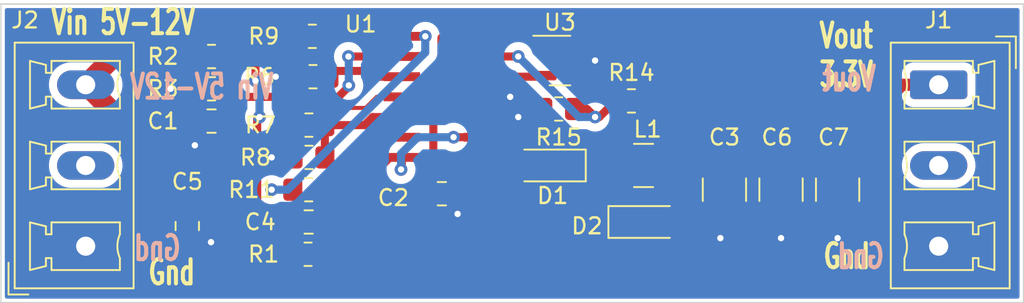
<source format=kicad_pcb>
(kicad_pcb (version 20221018) (generator pcbnew)
  (layers (0 "F.Cu" signal) (31 "B.Cu" signal) (34 "B.Paste" user) (35 "F.Paste" user) (36 "B.SilkS" user "B.Silkscreen") (37 "F.SilkS" user "F.Silkscreen") (38 "B.Mask" user) (39 "F.Mask" user) (44 "Edge.Cuts" user))
  (net 0 "")
  (net 1 "/Vref")
  (net 2 "GND")
  (net 3 "+VDC")
  (net 4 "/Vout")
  (net 5 "Net-(U1--IN2)")
  (net 6 "/Triangle")
  (net 7 "Net-(D1-K)")
  (net 8 "/PWM")
  (net 11 "Net-(U1-+IN1)")
  (net 12 "Net-(U1-+IN2)")
  (net 13 "/sqrWav")
  (net 14 "/Vsense")
  (net 15 "/2.5Vref")
  (net 16 "/feedback")
  (footprint "Capacitor_SMD:C_1210_3225Metric_Pad1.33x2.70mm_HandSolder" (layer "F.Cu") (at 154.686 97.282 -90)
    (fp_text reference "C7" (at -3.302 0.254 -180) (layer "F.SilkS"))
    (fp_text value "47u")
    (fp_line (start -0.711252 -1.36) (end 0.711252 -1.36) (stroke (width 0.12)) (layer "F.SilkS"))
    (fp_line (start -0.711252 1.36) (end 0.711252 1.36) (stroke (width 0.12)) (layer "F.SilkS"))
    (pad "1" smd roundrect (at -1.5625 0 270) (size 1.325 2.7) (layers "F.Cu" "F.Paste" "F.Mask") (roundrect_rratio 0.1886792453) (net 4 "/Vout"))
    (pad "2" smd roundrect (at 1.5625 0 270) (size 1.325 2.7) (layers "F.Cu" "F.Paste" "F.Mask") (roundrect_rratio 0.1886792453) (net 2 "GND"))
  )
  (footprint "Capacitor_SMD:C_0805_2012Metric_Pad1.18x1.45mm_HandSolder" (layer "F.Cu") (at 129.8194 97.536)
    (fp_text reference "C2" (at -3.048 0.254) (layer "F.SilkS"))
    (fp_text value "0.1u")
    (fp_line (start -0.261252 -0.735) (end 0.261252 -0.735) (stroke (width 0.12)) (layer "F.SilkS"))
    (fp_line (start -0.261252 0.735) (end 0.261252 0.735) (stroke (width 0.12)) (layer "F.SilkS"))
    (pad "1" smd roundrect (at -1.0375 0) (size 1.175 1.45) (layers "F.Cu" "F.Paste" "F.Mask") (roundrect_rratio 0.2127659574) (net 3 "+VDC"))
    (pad "2" smd roundrect (at 1.0375 0) (size 1.175 1.45) (layers "F.Cu" "F.Paste" "F.Mask") (roundrect_rratio 0.2127659574) (net 2 "GND"))
  )
  (footprint "Resistor_SMD:R_0805_2012Metric_Pad1.20x1.40mm_HandSolder" (layer "F.Cu") (at 115.348 88.9)
    (fp_text reference "R2" (at -3.048 0) (layer "F.SilkS"))
    (fp_text value "40.2k")
    (fp_line (start -0.227064 -0.735) (end 0.227064 -0.735) (stroke (width 0.12)) (layer "F.SilkS"))
    (fp_line (start -0.227064 0.735) (end 0.227064 0.735) (stroke (width 0.12)) (layer "F.SilkS"))
    (pad "1" smd roundrect (at -1 0) (size 1.2 1.4) (layers "F.Cu" "F.Paste" "F.Mask") (roundrect_rratio 0.2083333333) (net 3 "+VDC"))
    (pad "2" smd roundrect (at 1 0) (size 1.2 1.4) (layers "F.Cu" "F.Paste" "F.Mask") (roundrect_rratio 0.2083333333) (net 1 "/Vref"))
  )
  (footprint "Capacitor_SMD:C_0805_2012Metric_Pad1.18x1.45mm_HandSolder" (layer "F.Cu") (at 121.4534 99.314)
    (fp_text reference "C4" (at -3.048 0) (layer "F.SilkS"))
    (fp_text value "0.01u")
    (fp_line (start -0.261252 -0.735) (end 0.261252 -0.735) (stroke (width 0.12)) (layer "F.SilkS"))
    (fp_line (start -0.261252 0.735) (end 0.261252 0.735) (stroke (width 0.12)) (layer "F.SilkS"))
    (pad "1" smd roundrect (at -1.0375 0) (size 1.175 1.45) (layers "F.Cu" "F.Paste" "F.Mask") (roundrect_rratio 0.2127659574) (net 5 "Net-(U1--IN2)"))
    (pad "2" smd roundrect (at 1.0375 0) (size 1.175 1.45) (layers "F.Cu" "F.Paste" "F.Mask") (roundrect_rratio 0.2127659574) (net 6 "/Triangle"))
  )
  (footprint "Resistor_SMD:R_0805_2012Metric_Pad1.20x1.40mm_HandSolder" (layer "F.Cu") (at 121.682 87.63)
    (fp_text reference "R9" (at -3.048 0) (layer "F.SilkS"))
    (fp_text value "8.3k")
    (fp_line (start -0.227064 -0.735) (end 0.227064 -0.735) (stroke (width 0.12)) (layer "F.SilkS"))
    (fp_line (start -0.227064 0.735) (end 0.227064 0.735) (stroke (width 0.12)) (layer "F.SilkS"))
    (pad "1" smd roundrect (at -1 0) (size 1.2 1.4) (layers "F.Cu" "F.Paste" "F.Mask") (roundrect_rratio 0.2083333333) (net 11 "Net-(U1-+IN1)"))
    (pad "2" smd roundrect (at 1 0) (size 1.2 1.4) (layers "F.Cu" "F.Paste" "F.Mask") (roundrect_rratio 0.2083333333) (net 13 "/sqrWav"))
  )
  (footprint "Capacitor_SMD:C_1210_3225Metric_Pad1.33x2.70mm_HandSolder" (layer "F.Cu") (at 151.13 97.282 -90)
    (fp_text reference "C6" (at -3.302 0.254 -180) (layer "F.SilkS"))
    (fp_text value "47u")
    (fp_line (start -0.711252 -1.36) (end 0.711252 -1.36) (stroke (width 0.12)) (layer "F.SilkS"))
    (fp_line (start -0.711252 1.36) (end 0.711252 1.36) (stroke (width 0.12)) (layer "F.SilkS"))
    (pad "1" smd roundrect (at -1.5625 0 270) (size 1.325 2.7) (layers "F.Cu" "F.Paste" "F.Mask") (roundrect_rratio 0.1886792453) (net 4 "/Vout"))
    (pad "2" smd roundrect (at 1.5625 0 270) (size 1.325 2.7) (layers "F.Cu" "F.Paste" "F.Mask") (roundrect_rratio 0.1886792453) (net 2 "GND"))
  )
  (footprint "Capacitor_SMD:C_0805_2012Metric_Pad1.18x1.45mm_HandSolder" (layer "F.Cu") (at 113.824 99.568 -90)
    (fp_text reference "C5" (at -2.794 0 -180) (layer "F.SilkS"))
    (fp_text value "1u")
    (fp_line (start -0.261252 -0.735) (end 0.261252 -0.735) (stroke (width 0.12)) (layer "F.SilkS"))
    (fp_line (start -0.261252 0.735) (end 0.261252 0.735) (stroke (width 0.12)) (layer "F.SilkS"))
    (pad "1" smd roundrect (at -1.0375 0 270) (size 1.175 1.45) (layers "F.Cu" "F.Paste" "F.Mask") (roundrect_rratio 0.2127659574) (net 3 "+VDC"))
    (pad "2" smd roundrect (at 1.0375 0 270) (size 1.175 1.45) (layers "F.Cu" "F.Paste" "F.Mask") (roundrect_rratio 0.2127659574) (net 2 "GND"))
  )
  (footprint "Connector_Phoenix_MC_HighVoltage:PhoenixContact_MCV_1,5_3-G-5.08_1x03_P5.08mm_Vertical" (layer "F.Cu") (at 107.442 100.838 90)
    (fp_text reference "J2" (at 14.224 -3.81) (layer "F.SilkS"))
    (fp_text value "Screw_Terminal_01x03")
    (fp_line (start -3.04 -4.85) (end -1.04 -4.85) (stroke (width 0.12)) (layer "F.SilkS"))
    (fp_line (start -3.04 -3.6) (end -3.04 -4.85) (stroke (width 0.12)) (layer "F.SilkS"))
    (fp_line (start -2.65 -4.46) (end -2.65 3.01) (stroke (width 0.12)) (layer "F.SilkS"))
    (fp_line (start -2.65 3.01) (end 12.81 3.01) (stroke (width 0.12)) (layer "F.SilkS"))
    (fp_line (start -1.5 -3.5) (end 1.5 -3.5) (stroke (width 0.12)) (layer "F.SilkS"))
    (fp_line (start -1.5 -2.15) (end -0.75 -2.15) (stroke (width 0.12)) (layer "F.SilkS"))
    (fp_line (start -1.5 2.15) (end -1.5 -2.15) (stroke (width 0.12)) (layer "F.SilkS"))
    (fp_line (start -1.25 -2.5) (end -1.5 -3.5) (stroke (width 0.12)) (layer "F.SilkS"))
    (fp_line (start -0.75 -2.5) (end -1.25 -2.5) (stroke (width 0.12)) (layer "F.SilkS"))
    (fp_line (start -0.75 -2.15) (end -0.75 -2.5) (stroke (width 0.12)) (layer "F.SilkS"))
    (fp_line (start -0.75 2.15) (end -1.5 2.15) (stroke (width 0.12)) (layer "F.SilkS"))
    (fp_line (start 0.75 -2.5) (end 0.75 -2.15) (stroke (width 0.12)) (layer "F.SilkS"))
    (fp_line (start 0.75 -2.15) (end 1.5 -2.15) (stroke (width 0.12)) (layer "F.SilkS"))
    (fp_line (start 1.25 -2.5) (end 0.75 -2.5) (stroke (width 0.12)) (layer "F.SilkS"))
    (fp_line (start 1.5 -3.5) (end 1.25 -2.5) (stroke (width 0.12)) (layer "F.SilkS"))
    (fp_line (start 1.5 -2.15) (end 1.5 2.15) (stroke (width 0.12)) (layer "F.SilkS"))
    (fp_line (start 1.5 2.15) (end 0.75 2.15) (stroke (width 0.12)) (layer "F.SilkS"))
    (fp_line (start 3.58 -3.5) (end 6.58 -3.5) (stroke (width 0.12)) (layer "F.SilkS"))
    (fp_line (start 3.58 -2.15) (end 4.33 -2.15) (stroke (width 0.12)) (layer "F.SilkS"))
    (fp_line (start 3.58 2.15) (end 3.58 -2.15) (stroke (width 0.12)) (layer "F.SilkS"))
    (fp_line (start 3.83 -2.5) (end 3.58 -3.5) (stroke (width 0.12)) (layer "F.SilkS"))
    (fp_line (start 4.33 -2.5) (end 3.83 -2.5) (stroke (width 0.12)) (layer "F.SilkS"))
    (fp_line (start 4.33 -2.15) (end 4.33 -2.5) (stroke (width 0.12)) (layer "F.SilkS"))
    (fp_line (start 4.33 2.15) (end 3.58 2.15) (stroke (width 0.12)) (layer "F.SilkS"))
    (fp_line (start 5.83 -2.5) (end 5.83 -2.15) (stroke (width 0.12)) (layer "F.SilkS"))
    (fp_line (start 5.83 -2.15) (end 6.58 -2.15) (stroke (width 0.12)) (layer "F.SilkS"))
    (fp_line (start 6.33 -2.5) (end 5.83 -2.5) (stroke (width 0.12)) (layer "F.SilkS"))
    (fp_line (start 6.58 -3.5) (end 6.33 -2.5) (stroke (width 0.12)) (layer "F.SilkS"))
    (fp_line (start 6.58 -2.15) (end 6.58 2.15) (stroke (width 0.12)) (layer "F.SilkS"))
    (fp_line (start 6.58 2.15) (end 5.83 2.15) (stroke (width 0.12)) (layer "F.SilkS"))
    (fp_line (start 8.66 -3.5) (end 11.66 -3.5) (stroke (width 0.12)) (layer "F.SilkS"))
    (fp_line (start 8.66 -2.15) (end 9.41 -2.15) (stroke (width 0.12)) (layer "F.SilkS"))
    (fp_line (start 8.66 2.15) (end 8.66 -2.15) (stroke (width 0.12)) (layer "F.SilkS"))
    (fp_line (start 8.91 -2.5) (end 8.66 -3.5) (stroke (width 0.12)) (layer "F.SilkS"))
    (fp_line (start 9.41 -2.5) (end 8.91 -2.5) (stroke (width 0.12)) (layer "F.SilkS"))
    (fp_line (start 9.41 -2.15) (end 9.41 -2.5) (stroke (width 0.12)) (layer "F.SilkS"))
    (fp_line (start 9.41 2.15) (end 8.66 2.15) (stroke (width 0.12)) (layer "F.SilkS"))
    (fp_line (start 10.91 -2.5) (end 10.91 -2.15) (stroke (width 0.12)) (layer "F.SilkS"))
    (fp_line (start 10.91 -2.15) (end 11.66 -2.15) (stroke (width 0.12)) (layer "F.SilkS"))
    (fp_line (start 11.41 -2.5) (end 10.91 -2.5) (stroke (width 0.12)) (layer "F.SilkS"))
    (fp_line (start 11.66 -3.5) (end 11.41 -2.5) (stroke (width 0.12)) (layer "F.SilkS"))
    (fp_line (start 11.66 -2.15) (end 11.66 2.15) (stroke (width 0.12)) (layer "F.SilkS"))
    (fp_line (start 11.66 2.15) (end 10.91 2.15) (stroke (width 0.12)) (layer "F.SilkS"))
    (fp_line (start 12.81 -4.46) (end -2.65 -4.46) (stroke (width 0.12)) (layer "F.SilkS"))
    (fp_line (start 12.81 3.01) (end 12.81 -4.46) (stroke (width 0.12)) (layer "F.SilkS"))
    (fp_arc (start -0.75 2.15) (mid -0.000193 1.99191) (end 0.749647 2.149844) (stroke (width 0.12)) (layer "F.SilkS"))
    (fp_arc (start 4.33 2.15) (mid 5.079807 1.99191) (end 5.829647 2.149844) (stroke (width 0.12)) (layer "F.SilkS"))
    (fp_arc (start 9.41 2.15) (mid 10.159807 1.99191) (end 10.909647 2.149844) (stroke (width 0.12)) (layer "F.SilkS"))
    (pad "1" thru_hole roundrect (at 0 0 90) (size 1.8 3.6) (drill 1.2) (layers "*.Cu" "*.Mask") (roundrect_rratio 0.1388888889) (net 2 "GND"))
    (pad "2" thru_hole oval (at 5.08 0 90) (size 1.8 3.6) (drill 1.2) (layers "*.Cu" "*.Mask"))
    (pad "3" thru_hole oval (at 10.16 0 90) (size 1.8 3.6) (drill 1.2) (layers "*.Cu" "*.Mask") (net 3 "+VDC"))
  )
  (footprint "Resistor_SMD:R_0805_2012Metric_Pad1.20x1.40mm_HandSolder" (layer "F.Cu") (at 121.4694 95.25 180)
    (fp_text reference "R8" (at 3.3594 0) (layer "F.SilkS"))
    (fp_text value "10k")
    (fp_line (start -0.227064 -0.735) (end 0.227064 -0.735) (stroke (width 0.12)) (layer "F.SilkS"))
    (fp_line (start -0.227064 0.735) (end 0.227064 0.735) (stroke (width 0.12)) (layer "F.SilkS"))
    (pad "1" smd roundrect (at -1 0 180) (size 1.2 1.4) (layers "F.Cu" "F.Paste" "F.Mask") (roundrect_rratio 0.2083333333) (net 12 "Net-(U1-+IN2)"))
    (pad "2" smd roundrect (at 1 0 180) (size 1.2 1.4) (layers "F.Cu" "F.Paste" "F.Mask") (roundrect_rratio 0.2083333333) (net 2 "GND"))
  )
  (footprint "Resistor_SMD:R_0805_2012Metric_Pad1.20x1.40mm_HandSolder" (layer "F.Cu") (at 121.7234 90.17 180)
    (fp_text reference "R6" (at 3.3594 0) (layer "F.SilkS"))
    (fp_text value "3.48k")
    (fp_line (start -0.227064 -0.735) (end 0.227064 -0.735) (stroke (width 0.12)) (layer "F.SilkS"))
    (fp_line (start -0.227064 0.735) (end 0.227064 0.735) (stroke (width 0.12)) (layer "F.SilkS"))
    (pad "1" smd roundrect (at -1 0 180) (size 1.2 1.4) (layers "F.Cu" "F.Paste" "F.Mask") (roundrect_rratio 0.2083333333) (net 11 "Net-(U1-+IN1)"))
    (pad "2" smd roundrect (at 1 0 180) (size 1.2 1.4) (layers "F.Cu" "F.Paste" "F.Mask") (roundrect_rratio 0.2083333333) (net 2 "GND"))
  )
  (footprint "Capacitor_SMD:C_0805_2012Metric_Pad1.18x1.45mm_HandSolder" (layer "F.Cu") (at 115.348 92.964 180)
    (fp_text reference "C1" (at 3.048 0) (layer "F.SilkS"))
    (fp_text value "0.01u")
    (fp_line (start -0.261252 -0.735) (end 0.261252 -0.735) (stroke (width 0.12)) (layer "F.SilkS"))
    (fp_line (start -0.261252 0.735) (end 0.261252 0.735) (stroke (width 0.12)) (layer "F.SilkS"))
    (pad "1" smd roundrect (at -1.0375 0 180) (size 1.175 1.45) (layers "F.Cu" "F.Paste" "F.Mask") (roundrect_rratio 0.2127659574) (net 1 "/Vref"))
    (pad "2" smd roundrect (at 1.0375 0 180) (size 1.175 1.45) (layers "F.Cu" "F.Paste" "F.Mask") (roundrect_rratio 0.2127659574) (net 2 "GND"))
  )
  (footprint "Connector_Phoenix_MC_HighVoltage:PhoenixContact_MCV_1,5_3-G-5.08_1x03_P5.08mm_Vertical" (layer "F.Cu") (at 161.036 90.678 -90)
    (fp_text reference "J1" (at -4.064 0 -180) (layer "F.SilkS"))
    (fp_text value "Screw_Terminal_01x03")
    (fp_line (start -3.04 -4.85) (end -1.04 -4.85) (stroke (width 0.12)) (layer "F.SilkS"))
    (fp_line (start -3.04 -3.6) (end -3.04 -4.85) (stroke (width 0.12)) (layer "F.SilkS"))
    (fp_line (start -2.65 -4.46) (end -2.65 3.01) (stroke (width 0.12)) (layer "F.SilkS"))
    (fp_line (start -2.65 3.01) (end 12.81 3.01) (stroke (width 0.12)) (layer "F.SilkS"))
    (fp_line (start -1.5 -3.5) (end 1.5 -3.5) (stroke (width 0.12)) (layer "F.SilkS"))
    (fp_line (start -1.5 -2.15) (end -0.75 -2.15) (stroke (width 0.12)) (layer "F.SilkS"))
    (fp_line (start -1.5 2.15) (end -1.5 -2.15) (stroke (width 0.12)) (layer "F.SilkS"))
    (fp_line (start -1.25 -2.5) (end -1.5 -3.5) (stroke (width 0.12)) (layer "F.SilkS"))
    (fp_line (start -0.75 -2.5) (end -1.25 -2.5) (stroke (width 0.12)) (layer "F.SilkS"))
    (fp_line (start -0.75 -2.15) (end -0.75 -2.5) (stroke (width 0.12)) (layer "F.SilkS"))
    (fp_line (start -0.75 2.15) (end -1.5 2.15) (stroke (width 0.12)) (layer "F.SilkS"))
    (fp_line (start 0.75 -2.5) (end 0.75 -2.15) (stroke (width 0.12)) (layer "F.SilkS"))
    (fp_line (start 0.75 -2.15) (end 1.5 -2.15) (stroke (width 0.12)) (layer "F.SilkS"))
    (fp_line (start 1.25 -2.5) (end 0.75 -2.5) (stroke (width 0.12)) (layer "F.SilkS"))
    (fp_line (start 1.5 -3.5) (end 1.25 -2.5) (stroke (width 0.12)) (layer "F.SilkS"))
    (fp_line (start 1.5 -2.15) (end 1.5 2.15) (stroke (width 0.12)) (layer "F.SilkS"))
    (fp_line (start 1.5 2.15) (end 0.75 2.15) (stroke (width 0.12)) (layer "F.SilkS"))
    (fp_line (start 3.58 -3.5) (end 6.58 -3.5) (stroke (width 0.12)) (layer "F.SilkS"))
    (fp_line (start 3.58 -2.15) (end 4.33 -2.15) (stroke (width 0.12)) (layer "F.SilkS"))
    (fp_line (start 3.58 2.15) (end 3.58 -2.15) (stroke (width 0.12)) (layer "F.SilkS"))
    (fp_line (start 3.83 -2.5) (end 3.58 -3.5) (stroke (width 0.12)) (layer "F.SilkS"))
    (fp_line (start 4.33 -2.5) (end 3.83 -2.5) (stroke (width 0.12)) (layer "F.SilkS"))
    (fp_line (start 4.33 -2.15) (end 4.33 -2.5) (stroke (width 0.12)) (layer "F.SilkS"))
    (fp_line (start 4.33 2.15) (end 3.58 2.15) (stroke (width 0.12)) (layer "F.SilkS"))
    (fp_line (start 5.83 -2.5) (end 5.83 -2.15) (stroke (width 0.12)) (layer "F.SilkS"))
    (fp_line (start 5.83 -2.15) (end 6.58 -2.15) (stroke (width 0.12)) (layer "F.SilkS"))
    (fp_line (start 6.33 -2.5) (end 5.83 -2.5) (stroke (width 0.12)) (layer "F.SilkS"))
    (fp_line (start 6.58 -3.5) (end 6.33 -2.5) (stroke (width 0.12)) (layer "F.SilkS"))
    (fp_line (start 6.58 -2.15) (end 6.58 2.15) (stroke (width 0.12)) (layer "F.SilkS"))
    (fp_line (start 6.58 2.15) (end 5.83 2.15) (stroke (width 0.12)) (layer "F.SilkS"))
    (fp_line (start 8.66 -3.5) (end 11.66 -3.5) (stroke (width 0.12)) (layer "F.SilkS"))
    (fp_line (start 8.66 -2.15) (end 9.41 -2.15) (stroke (width 0.12)) (layer "F.SilkS"))
    (fp_line (start 8.66 2.15) (end 8.66 -2.15) (stroke (width 0.12)) (layer "F.SilkS"))
    (fp_line (start 8.91 -2.5) (end 8.66 -3.5) (stroke (width 0.12)) (layer "F.SilkS"))
    (fp_line (start 9.41 -2.5) (end 8.91 -2.5) (stroke (width 0.12)) (layer "F.SilkS"))
    (fp_line (start 9.41 -2.15) (end 9.41 -2.5) (stroke (width 0.12)) (layer "F.SilkS"))
    (fp_line (start 9.41 2.15) (end 8.66 2.15) (stroke (width 0.12)) (layer "F.SilkS"))
    (fp_line (start 10.91 -2.5) (end 10.91 -2.15) (stroke (width 0.12)) (layer "F.SilkS"))
    (fp_line (start 10.91 -2.15) (end 11.66 -2.15) (stroke (width 0.12)) (layer "F.SilkS"))
    (fp_line (start 11.41 -2.5) (end 10.91 -2.5) (stroke (width 0.12)) (layer "F.SilkS"))
    (fp_line (start 11.66 -3.5) (end 11.41 -2.5) (stroke (width 0.12)) (layer "F.SilkS"))
    (fp_line (start 11.66 -2.15) (end 11.66 2.15) (stroke (width 0.12)) (layer "F.SilkS"))
    (fp_line (start 11.66 2.15) (end 10.91 2.15) (stroke (width 0.12)) (layer "F.SilkS"))
    (fp_line (start 12.81 -4.46) (end -2.65 -4.46) (stroke (width 0.12)) (layer "F.SilkS"))
    (fp_line (start 12.81 3.01) (end 12.81 -4.46) (stroke (width 0.12)) (layer "F.SilkS"))
    (fp_arc (start -0.75 2.15) (mid -0.000193 1.99191) (end 0.749647 2.149844) (stroke (width 0.12)) (layer "F.SilkS"))
    (fp_arc (start 4.33 2.15) (mid 5.079807 1.99191) (end 5.829647 2.149844) (stroke (width 0.12)) (layer "F.SilkS"))
    (fp_arc (start 9.41 2.15) (mid 10.159807 1.99191) (end 10.909647 2.149844) (stroke (width 0.12)) (layer "F.SilkS"))
    (pad "1" thru_hole roundrect (at 0 0 270) (size 1.8 3.6) (drill 1.2) (layers "*.Cu" "*.Mask") (roundrect_rratio 0.1388888889) (net 4 "/Vout"))
    (pad "2" thru_hole oval (at 5.08 0 270) (size 1.8 3.6) (drill 1.2) (layers "*.Cu" "*.Mask"))
    (pad "3" thru_hole oval (at 10.16 0 270) (size 1.8 3.6) (drill 1.2) (layers "*.Cu" "*.Mask") (net 2 "GND"))
  )
  (footprint "Resistor_SMD:R_0805_2012Metric_Pad1.20x1.40mm_HandSolder" (layer "F.Cu") (at 121.412 101.346)
    (fp_text reference "R1" (at -2.794 0 180) (layer "F.SilkS"))
    (fp_text value "2.0k")
    (fp_line (start -0.227064 -0.735) (end 0.227064 -0.735) (stroke (width 0.12)) (layer "F.SilkS"))
    (fp_line (start -0.227064 0.735) (end 0.227064 0.735) (stroke (width 0.12)) (layer "F.SilkS"))
    (pad "1" smd roundrect (at -1 0) (size 1.2 1.4) (layers "F.Cu" "F.Paste" "F.Mask") (roundrect_rratio 0.2083333333) (net 11 "Net-(U1-+IN1)"))
    (pad "2" smd roundrect (at 1 0) (size 1.2 1.4) (layers "F.Cu" "F.Paste" "F.Mask") (roundrect_rratio 0.2083333333) (net 6 "/Triangle"))
  )
  (footprint "Resistor_SMD:R_0805_2012Metric_Pad1.20x1.40mm_HandSolder" (layer "F.Cu") (at 121.4534 97.282)
    (fp_text reference "R11" (at -3.5974 0) (layer "F.SilkS"))
    (fp_text value "1k")
    (fp_line (start -0.227064 -0.735) (end 0.227064 -0.735) (stroke (width 0.12)) (layer "F.SilkS"))
    (fp_line (start -0.227064 0.735) (end 0.227064 0.735) (stroke (width 0.12)) (layer "F.SilkS"))
    (pad "1" smd roundrect (at -1 0) (size 1.2 1.4) (layers "F.Cu" "F.Paste" "F.Mask") (roundrect_rratio 0.2083333333) (net 13 "/sqrWav"))
    (pad "2" smd roundrect (at 1 0) (size 1.2 1.4) (layers "F.Cu" "F.Paste" "F.Mask") (roundrect_rratio 0.2083333333) (net 5 "Net-(U1--IN2)"))
  )
  (footprint "Capacitor_SMD:C_1210_3225Metric_Pad1.33x2.70mm_HandSolder" (layer "F.Cu") (at 147.574 97.282 -90)
    (fp_text reference "C3" (at -3.302 0 -180) (layer "F.SilkS"))
    (fp_text value "47u")
    (fp_line (start -0.711252 -1.36) (end 0.711252 -1.36) (stroke (width 0.12)) (layer "F.SilkS"))
    (fp_line (start -0.711252 1.36) (end 0.711252 1.36) (stroke (width 0.12)) (layer "F.SilkS"))
    (pad "1" smd roundrect (at -1.5625 0 270) (size 1.325 2.7) (layers "F.Cu" "F.Paste" "F.Mask") (roundrect_rratio 0.1886792453) (net 4 "/Vout"))
    (pad "2" smd roundrect (at 1.5625 0 270) (size 1.325 2.7) (layers "F.Cu" "F.Paste" "F.Mask") (roundrect_rratio 0.1886792453) (net 2 "GND"))
  )
  (footprint "Diode_SMD:D_SOD-123F" (layer "F.Cu") (at 142.494 99.314)
    (fp_text reference "D2" (at -3.556 0.254) (layer "F.SilkS"))
    (fp_text value "1N5819WS")
    (fp_line (start -2.21 -1) (end -2.21 1) (stroke (width 0.12)) (layer "F.SilkS"))
    (fp_line (start -2.21 -1) (end 1.65 -1) (stroke (width 0.12)) (layer "F.SilkS"))
    (fp_line (start -2.21 1) (end 1.65 1) (stroke (width 0.12)) (layer "F.SilkS"))
    (pad "1" smd roundrect (at -1.4 0) (size 1.1 1.1) (layers "F.Cu" "F.Paste" "F.Mask") (roundrect_rratio 0.2272727273) (net 7 "Net-(D1-K)"))
    (pad "2" smd roundrect (at 1.4 0) (size 1.1 1.1) (layers "F.Cu" "F.Paste" "F.Mask") (roundrect_rratio 0.2272727273) (net 2 "GND"))
  )
  (footprint "Resistor_SMD:R_0805_2012Metric_Pad1.20x1.40mm_HandSolder" (layer "F.Cu") (at 121.4694 93.218)
    (fp_text reference "R7" (at -3.048 0) (layer "F.SilkS"))
    (fp_text value "10k")
    (fp_line (start -0.227064 -0.735) (end 0.227064 -0.735) (stroke (width 0.12)) (layer "F.SilkS"))
    (fp_line (start -0.227064 0.735) (end 0.227064 0.735) (stroke (width 0.12)) (layer "F.SilkS"))
    (pad "1" smd roundrect (at -1 0) (size 1.2 1.4) (layers "F.Cu" "F.Paste" "F.Mask") (roundrect_rratio 0.2083333333) (net 3 "+VDC"))
    (pad "2" smd roundrect (at 1 0) (size 1.2 1.4) (layers "F.Cu" "F.Paste" "F.Mask") (roundrect_rratio 0.2083333333) (net 12 "Net-(U1-+IN2)"))
  )
  (footprint "Inductor_SMD:L_1210_3225Metric_Pad1.42x2.65mm_HandSolder" (layer "F.Cu") (at 142.494 95.758)
    (fp_text reference "L1" (at 0.254 -2.28) (layer "F.SilkS"))
    (fp_text value "100u")
    (fp_line (start -0.602064 -1.36) (end 0.602064 -1.36) (stroke (width 0.12)) (layer "F.SilkS"))
    (fp_line (start -0.602064 1.36) (end 0.602064 1.36) (stroke (width 0.12)) (layer "F.SilkS"))
    (pad "1" smd roundrect (at -1.4875 0) (size 1.425 2.65) (layers "F.Cu" "F.Paste" "F.Mask") (roundrect_rratio 0.1754392982) (net 7 "Net-(D1-K)"))
    (pad "2" smd roundrect (at 1.4875 0) (size 1.425 2.65) (layers "F.Cu" "F.Paste" "F.Mask") (roundrect_rratio 0.1754392982) (net 4 "/Vout"))
  )
  (footprint "Resistor_SMD:R_0805_2012Metric_Pad1.20x1.40mm_HandSolder" (layer "F.Cu") (at 115.348 90.932 180)
    (fp_text reference "R3" (at 3.048 0) (layer "F.SilkS"))
    (fp_text value "10k")
    (fp_line (start -0.227064 -0.735) (end 0.227064 -0.735) (stroke (width 0.12)) (layer "F.SilkS"))
    (fp_line (start -0.227064 0.735) (end 0.227064 0.735) (stroke (width 0.12)) (layer "F.SilkS"))
    (pad "1" smd roundrect (at -1 0 180) (size 1.2 1.4) (layers "F.Cu" "F.Paste" "F.Mask") (roundrect_rratio 0.2083333333) (net 1 "/Vref"))
    (pad "2" smd roundrect (at 1 0 180) (size 1.2 1.4) (layers "F.Cu" "F.Paste" "F.Mask") (roundrect_rratio 0.2083333333) (net 2 "GND"))
  )
  (footprint "Package_TO_SOT_SMD:SOT-23" (layer "F.Cu") (at 137.2385 89.154)
    (fp_text reference "U3" (at 0 -2.4) (layer "F.SilkS"))
    (fp_text value "MAX6101")
    (fp_line (start 0 -1.56) (end -1.675 -1.56) (stroke (width 0.12)) (layer "F.SilkS"))
    (fp_line (start 0 -1.56) (end 0.65 -1.56) (stroke (width 0.12)) (layer "F.SilkS"))
    (fp_line (start 0 1.56) (end -0.65 1.56) (stroke (width 0.12)) (layer "F.SilkS"))
    (fp_line (start 0 1.56) (end 0.65 1.56) (stroke (width 0.12)) (layer "F.SilkS"))
    (pad "1" smd roundrect (at -0.9375 -0.95) (size 1.475 0.6) (layers "F.Cu" "F.Paste" "F.Mask") (net 3 "+VDC"))
    (pad "2" smd roundrect (at -0.9375 0.95) (size 1.475 0.6) (layers "F.Cu" "F.Paste" "F.Mask") (net 15 "/2.5Vref"))
    (pad "3" smd roundrect (at 0.9375 0) (size 1.475 0.6) (layers "F.Cu" "F.Paste" "F.Mask") (net 2 "GND"))
  )
  (footprint "Resistor_SMD:R_0805_2012Metric_Pad1.20x1.40mm_HandSolder" (layer "F.Cu") (at 141.732 91.694 180)
    (fp_text reference "R14" (at 0 1.778) (layer "F.SilkS"))
    (fp_text value "16.9k")
    (fp_line (start -0.227064 -0.735) (end 0.227064 -0.735) (stroke (width 0.12)) (layer "F.SilkS"))
    (fp_line (start -0.227064 0.735) (end 0.227064 0.735) (stroke (width 0.12)) (layer "F.SilkS"))
    (pad "1" smd roundrect (at -1 0 180) (size 1.2 1.4) (layers "F.Cu" "F.Paste" "F.Mask") (roundrect_rratio 0.2083333333) (net 4 "/Vout"))
    (pad "2" smd roundrect (at 1 0 180) (size 1.2 1.4) (layers "F.Cu" "F.Paste" "F.Mask") (roundrect_rratio 0.2083333333) (net 14 "/Vsense"))
  )
  (footprint "Diode_SMD:D_SOD-123F" (layer "F.Cu") (at 136.652 95.758 180)
    (fp_text reference "D1" (at -0.127 -1.905 180) (layer "F.SilkS"))
    (fp_text value "1N5819WS")
    (fp_line (start -2.21 -1) (end -2.21 1) (stroke (width 0.12)) (layer "F.SilkS"))
    (fp_line (start -2.21 -1) (end 1.65 -1) (stroke (width 0.12)) (layer "F.SilkS"))
    (fp_line (start -2.21 1) (end 1.65 1) (stroke (width 0.12)) (layer "F.SilkS"))
    (pad "1" smd roundrect (at -1.4 0 180) (size 1.1 1.1) (layers "F.Cu" "F.Paste" "F.Mask") (roundrect_rratio 0.2272727273) (net 7 "Net-(D1-K)"))
    (pad "2" smd roundrect (at 1.4 0 180) (size 1.1 1.1) (layers "F.Cu" "F.Paste" "F.Mask") (roundrect_rratio 0.2272727273) (net 8 "/PWM"))
  )
  (footprint "opampSwitcher:R_14_ADI-M" (layer "F.Cu") (at 129.8194 91.44)
    (fp_text reference "U1" (at -5.1054 -4.572 unlocked) (layer "F.SilkS"))
    (fp_text value "AD8040ARZ")
    (pad "1" smd rect (at -2.5146 -3.81) (size 2.286 0.5588) (layers "F.Cu" "F.Paste" "F.Mask") (net 13 "/sqrWav"))
    (pad "2" smd rect (at -2.5146 -2.54) (size 2.286 0.5588) (layers "F.Cu" "F.Paste" "F.Mask") (net 1 "/Vref"))
    (pad "3" smd rect (at -2.5146 -1.27) (size 2.286 0.5588) (layers "F.Cu" "F.Paste" "F.Mask") (net 11 "Net-(U1-+IN1)"))
    (pad "4" smd rect (at -2.5146 0) (size 2.286 0.5588) (layers "F.Cu" "F.Paste" "F.Mask") (net 3 "+VDC"))
    (pad "5" smd rect (at -2.5146 1.27) (size 2.286 0.5588) (layers "F.Cu" "F.Paste" "F.Mask") (net 12 "Net-(U1-+IN2)"))
    (pad "6" smd rect (at -2.5146 2.54) (size 2.286 0.5588) (layers "F.Cu" "F.Paste" "F.Mask") (net 5 "Net-(U1--IN2)"))
    (pad "7" smd rect (at -2.5146 3.81) (size 2.286 0.5588) (layers "F.Cu" "F.Paste" "F.Mask") (net 6 "/Triangle"))
    (pad "8" smd rect (at 2.5146 3.81) (size 2.286 0.5588) (layers "F.Cu" "F.Paste" "F.Mask") (net 8 "/PWM"))
    (pad "9" smd rect (at 2.5146 2.54) (size 2.286 0.5588) (layers "F.Cu" "F.Paste" "F.Mask") (net 6 "/Triangle"))
    (pad "10" smd rect (at 2.5146 1.27) (size 2.286 0.5588) (layers "F.Cu" "F.Paste" "F.Mask") (net 16 "/feedback"))
    (pad "11" smd rect (at 2.5146 0) (size 2.286 0.5588) (layers "F.Cu" "F.Paste" "F.Mask") (net 2 "GND"))
    (pad "12" smd rect (at 2.5146 -1.27) (size 2.286 0.5588) (layers "F.Cu" "F.Paste" "F.Mask") (net 15 "/2.5Vref"))
    (pad "13" smd rect (at 2.5146 -2.54) (size 2.286 0.5588) (layers "F.Cu" "F.Paste" "F.Mask") (net 14 "/Vsense"))
    (pad "14" smd rect (at 2.5146 -3.81) (size 2.286 0.5588) (layers "F.Cu" "F.Paste" "F.Mask") (net 16 "/feedback"))
  )
  (footprint "Resistor_SMD:R_0805_2012Metric_Pad1.20x1.40mm_HandSolder" (layer "F.Cu") (at 137.16 92.202 180)
    (fp_text reference "R15" (at 0 -1.778) (layer "F.SilkS"))
    (fp_text value "10k")
    (fp_line (start -0.227064 -0.735) (end 0.227064 -0.735) (stroke (width 0.12)) (layer "F.SilkS"))
    (fp_line (start -0.227064 0.735) (end 0.227064 0.735) (stroke (width 0.12)) (layer "F.SilkS"))
    (pad "1" smd roundrect (at -1 0 180) (size 1.2 1.4) (layers "F.Cu" "F.Paste" "F.Mask") (roundrect_rratio 0.2083333333) (net 14 "/Vsense"))
    (pad "2" smd roundrect (at 1 0 180) (size 1.2 1.4) (layers "F.Cu" "F.Paste" "F.Mask") (roundrect_rratio 0.2083333333) (net 2 "GND"))
  )
  (gr_line (start 102.108 85.598) (end 102.108 104.394) (stroke (width 0.1)) (layer "Edge.Cuts"))
  (gr_line (start 102.108 104.394) (end 166.37 104.394) (stroke (width 0.1)) (layer "Edge.Cuts"))
  (gr_line (start 166.37 104.394) (end 166.37 85.598) (stroke (width 0.1)) (layer "Edge.Cuts"))
  (gr_line (start 166.37 85.598) (end 102.108 85.598) (stroke (width 0.1)) (layer "Edge.Cuts"))
  (gr_text "Gnd" (at 113.538 101.854) (layer "B.SilkS") (effects (font (size 1.524 1.016) (thickness 0.254) bold) (justify left bottom mirror)))
  (gr_text "Vout" (at 157.226 91.186) (layer "B.SilkS") (effects (font (size 1.524 1.016) (thickness 0.254) bold) (justify left bottom mirror)))
  (gr_text "Gnd" (at 157.734 102.362) (layer "B.SilkS") (effects (font (size 1.524 1.016) (thickness 0.254) bold) (justify left bottom mirror)))
  (gr_text "Vin 5V-12V" (at 119.38 91.694) (layer "B.SilkS") (effects (font (size 1.524 1.016) (thickness 0.254) bold) (justify left bottom mirror)))
  (gr_text "Vout\n3.3V" (at 153.416 90.932) (layer "F.SilkS") (effects (font (size 1.524 1.016) (thickness 0.254) bold) (justify left bottom)))
  (gr_text "Gnd" (at 153.67 102.362) (layer "F.SilkS") (effects (font (size 1.524 1.016) (thickness 0.254) bold) (justify left bottom)))
  (gr_text "Gnd" (at 111.252 103.378) (layer "F.SilkS") (effects (font (size 1.524 1.016) (thickness 0.254) bold) (justify left bottom)))
  (gr_text "Vin 5V-12V" (at 105.156 87.63) (layer "F.SilkS") (effects (font (size 1.524 1.016) (thickness 0.254) bold) (justify left bottom)))
  (segment (start 116.348 92.9265) (end 116.3855 92.964) (width 1.27) (layer "F.Cu") (net 1))
  (segment (start 116.348 88.9) (end 116.348 90.932) (width 1.27) (layer "F.Cu") (net 1))
  (segment (start 116.3855 91.44) (end 116.3855 92.964) (width 0.508) (layer "F.Cu") (net 1))
  (segment (start 123.97161 90.717632) (end 123.97161 90.793764) (width 0.508) (layer "F.Cu") (net 1))
  (segment (start 123.325374 91.44) (end 116.3855 91.44) (width 0.508) (layer "F.Cu") (net 1))
  (segment (start 116.348 90.932) (end 116.348 92.9265) (width 1.27) (layer "F.Cu") (net 1))
  (segment (start 123.952 88.9) (end 127.3048 88.9) (width 0.508) (layer "F.Cu") (net 1))
  (segment (start 123.97161 90.793764) (end 123.325374 91.44) (width 0.508) (layer "F.Cu") (net 1))
  (via (at 123.952 88.9) (size 0.8) (drill 0.4) (layers "F.Cu" "B.Cu") (net 1))
  (via (at 123.97161 90.717632) (size 0.8) (drill 0.4) (layers "F.Cu" "B.Cu") (net 1))
  (segment (start 123.97161 88.91961) (end 123.97161 90.717632) (width 0.508) (layer "B.Cu") (net 1))
  (segment (start 123.952 88.9) (end 123.97161 88.91961) (width 0.508) (layer "B.Cu") (net 1))
  (segment (start 158.75 100.838) (end 157.48 99.568) (width 1.27) (layer "F.Cu") (net 2))
  (segment (start 114.348 90.932) (end 114.348 92.9265) (width 1.27) (layer "F.Cu") (net 2))
  (segment (start 113.5915 100.838) (end 113.824 100.6055) (width 1.27) (layer "F.Cu") (net 2))
  (segment (start 161.036 100.838) (end 158.75 100.838) (width 1.27) (layer "F.Cu") (net 2))
  (segment (start 120.7234 90.17) (end 119.38 90.17) (width 0.762) (layer "F.Cu") (net 2))
  (segment (start 113.824 100.6055) (end 113.8455 100.584) (width 1.27) (layer "F.Cu") (net 2))
  (segment (start 155.4095 99.568) (end 154.686 98.8445) (width 1.27) (layer "F.Cu") (net 2))
  (segment (start 136.16 92.202) (end 135.128 92.202) (width 0.508) (layer "F.Cu") (net 2))
  (segment (start 114.3 92.9745) (end 114.3 94.488) (width 1.27) (layer "F.Cu") (net 2))
  (segment (start 157.48 99.568) (end 155.4095 99.568) (width 1.27) (layer "F.Cu") (net 2))
  (segment (start 113.8455 100.584) (end 115.316 100.584) (width 1.27) (layer "F.Cu") (net 2))
  (segment (start 114.3105 92.964) (end 114.3 92.9745) (width 1.27) (layer "F.Cu") (net 2))
  (segment (start 138.0975 89.154) (end 139.446 89.154) (width 0.508) (layer "F.Cu") (net 2))
  (segment (start 130.81 97.5829) (end 130.81 98.806) (width 0.508) (layer "F.Cu") (net 2))
  (segment (start 114.348 92.9265) (end 114.3105 92.964) (width 1.27) (layer "F.Cu") (net 2))
  (segment (start 107.442 100.838) (end 113.5915 100.838) (width 1.27) (layer "F.Cu") (net 2))
  (segment (start 114.348 90.932) (end 112.776 90.932) (width 0.762) (layer "F.Cu") (net 2))
  (segment (start 132.334 91.44) (end 134.112 91.44) (width 0.508) (layer "F.Cu") (net 2))
  (segment (start 135.128 92.202) (end 134.62 92.71) (width 0.508) (layer "F.Cu") (net 2))
  (segment (start 120.4694 95.25) (end 119.126 95.25) (width 0.762) (layer "F.Cu") (net 2))
  (via (at 114.3 94.488) (size 0.8) (drill 0.4) (layers "F.Cu" "B.Cu") (net 2))
  (via (at 134.112 91.44) (size 0.8) (drill 0.4) (layers "F.Cu" "B.Cu") (net 2))
  (via (at 154.686 100.33) (size 0.8) (drill 0.4) (layers "F.Cu" "B.Cu") (net 2))
  (via (at 151.13 100.33) (size 0.8) (drill 0.4) (layers "F.Cu" "B.Cu") (net 2))
  (via (at 139.446 89.154) (size 0.8) (drill 0.4) (layers "F.Cu" "B.Cu") (net 2))
  (via (at 119.126 95.25) (size 0.8) (drill 0.4) (layers "F.Cu" "B.Cu") (net 2))
  (via (at 130.81 98.806) (size 0.8) (drill 0.4) (layers "F.Cu" "B.Cu") (net 2))
  (via (at 147.32 100.33) (size 0.8) (drill 0.4) (layers "F.Cu" "B.Cu") (net 2))
  (via (at 134.62 92.71) (size 0.8) (drill 0.4) (layers "F.Cu" "B.Cu") (net 2))
  (via (at 115.316 100.584) (size 0.8) (drill 0.4) (layers "F.Cu" "B.Cu") (net 2))
  (via (at 112.776 90.932) (size 0.8) (drill 0.4) (layers "F.Cu" "B.Cu") (net 2))
  (via (at 119.38 90.17) (size 0.8) (drill 0.4) (layers "F.Cu" "B.Cu") (net 2))
  (segment (start 135.956 88.204) (end 136.301 88.204) (width 0.508) (layer "F.Cu") (net 3))
  (segment (start 128.8034 91.44) (end 129.794 90.4494) (width 0.508) (layer "F.Cu") (net 3))
  (segment (start 125.73 91.44) (end 127.3048 91.44) (width 0.254) (layer "F.Cu") (net 3))
  (segment (start 115.417761 98.5305) (end 116.84 99.952739) (width 1.27) (layer "F.Cu") (net 3))
  (segment (start 129.794 87.7316) (end 131.1656 86.36) (width 0.508) (layer "F.Cu") (net 3))
  (segment (start 129.286 91.9226) (end 129.286 97.0319) (width 0.508) (layer "F.Cu") (net 3))
  (segment (start 124.46 103.124) (end 128.7819 98.8021) (width 1.27) (layer "F.Cu") (net 3))
  (segment (start 107.442 90.678) (end 109.22 88.9) (width 1.27) (layer "F.Cu") (net 3))
  (segment (start 128.8034 91.44) (end 129.286 91.9226) (width 0.508) (layer "F.Cu") (net 3))
  (segment (start 128.7819 98.8021) (end 128.7819 97.536) (width 1.27) (layer "F.Cu") (net 3))
  (segment (start 134.112 86.36) (end 135.956 88.204) (width 0.508) (layer "F.Cu") (net 3))
  (segment (start 116.84 100.584) (end 119.38 103.124) (width 1.27) (layer "F.Cu") (net 3))
  (segment (start 113.824 97.06) (end 113.824 98.5305) (width 1.27) (layer "F.Cu") (net 3))
  (segment (start 113.824 98.5305) (end 115.417761 98.5305) (width 1.27) (layer "F.Cu") (net 3))
  (segment (start 116.84 99.952739) (end 116.84 100.584) (width 1.27) (layer "F.Cu") (net 3))
  (segment (start 129.286 97.0319) (end 128.7819 97.536) (width 0.508) (layer "F.Cu") (net 3))
  (segment (start 125.033 92.137) (end 125.73 91.44) (width 0.254) (layer "F.Cu") (net 3))
  (segment (start 107.442 90.678) (end 113.824 97.06) (width 1.27) (layer "F.Cu") (net 3))
  (segment (start 129.794 90.4494) (end 129.794 87.7316) (width 0.508) (layer "F.Cu") (net 3))
  (segment (start 131.1656 86.36) (end 134.112 86.36) (width 0.508) (layer "F.Cu") (net 3))
  (segment (start 120.969 92.137) (end 125.033 92.137) (width 0.254) (layer "F.Cu") (net 3))
  (segment (start 120.4694 93.218) (end 120.4694 92.6366) (width 0.254) (layer "F.Cu") (net 3))
  (segment (start 109.22 88.9) (end 114.348 88.9) (width 1.27) (layer "F.Cu") (net 3))
  (segment (start 119.38 103.124) (end 124.46 103.124) (width 1.27) (layer "F.Cu") (net 3))
  (segment (start 120.4694 92.6366) (end 120.969 92.137) (width 0.254) (layer "F.Cu") (net 3))
  (segment (start 127.3048 91.44) (end 128.8034 91.44) (width 0.508) (layer "F.Cu") (net 3))
  (segment (start 142.732 91.694) (end 143.764 91.694) (width 0.508) (layer "F.Cu") (net 4))
  (segment (start 154.686 94.742) (end 158.75 90.678) (width 0.762) (layer "F.Cu") (net 4))
  (segment (start 158.75 90.678) (end 161.036 90.678) (width 0.762) (layer "F.Cu") (net 4))
  (segment (start 154.686 95.7195) (end 154.686 94.742) (width 0.762) (layer "F.Cu") (net 4))
  (segment (start 143.764 91.694) (end 144.78 92.71) (width 0.508) (layer "F.Cu") (net 4))
  (segment (start 144.78 92.71) (end 144.78 93.98) (width 0.508) (layer "F.Cu") (net 4))
  (segment (start 154.6475 95.758) (end 154.686 95.7195) (width 0.762) (layer "F.Cu") (net 4))
  (segment (start 143.9815 95.758) (end 154.6475 95.758) (width 0.762) (layer "F.Cu") (net 4))
  (segment (start 125.984 93.98) (end 127.3048 93.98) (width 0.508) (layer "F.Cu") (net 5))
  (segment (start 122.682 97.282) (end 125.984 93.98) (width 0.508) (layer "F.Cu") (net 5))
  (segment (start 120.4214 99.314) (end 122.4534 97.282) (width 0.508) (layer "F.Cu") (net 5))
  (segment (start 122.4534 97.282) (end 122.682 97.282) (width 0.508) (layer "F.Cu") (net 5))
  (segment (start 120.4159 99.314) (end 120.4214 99.314) (width 0.508) (layer "F.Cu") (net 5))
  (segment (start 122.4909 101.2671) (end 122.412 101.346) (width 0.508) (layer "F.Cu") (net 6))
  (segment (start 122.4909 99.314) (end 126.5549 95.25) (width 0.508) (layer "F.Cu") (net 6))
  (segment (start 127.3048 95.25) (end 127.3048 95.9612) (width 0.508) (layer "F.Cu") (net 6))
  (segment (start 127.254 96.012) (end 127.254 95.3008) (width 0.508) (layer "F.Cu") (net 6))
  (segment (start 127.254 95.3008) (end 127.3048 95.25) (width 0.508) (layer "F.Cu") (net 6))
  (segment (start 126.5549 95.25) (end 127.3048 95.25) (width 0.508) (layer "F.Cu") (net 6))
  (segment (start 130.556 93.98) (end 132.334 93.98) (width 0.508) (layer "F.Cu") (net 6))
  (segment (start 127.3048 95.9612) (end 127.254 96.012) (width 0.508) (layer "F.Cu") (net 6))
  (segment (start 122.4909 99.314) (end 122.4909 101.2671) (width 0.508) (layer "F.Cu") (net 6))
  (via (at 130.556 93.98) (size 0.8) (drill 0.4) (layers "F.Cu" "B.Cu") (net 6))
  (via (at 127.254 96.012) (size 0.8) (drill 0.4) (layers "F.Cu" "B.Cu") (net 6))
  (segment (start 127.254 95.0214) (end 128.2954 93.98) (width 0.508) (layer "B.Cu") (net 6))
  (segment (start 128.2954 93.98) (end 130.556 93.98) (width 0.508) (layer "B.Cu") (net 6))
  (segment (start 127.254 96.012) (end 127.254 95.0214) (width 0.508) (layer "B.Cu") (net 6))
  (segment (start 141.094 95.8455) (end 141.0065 95.758) (width 0.762) (layer "F.Cu") (net 7))
  (segment (start 141.094 99.314) (end 141.094 95.8455) (width 1.016) (layer "F.Cu") (net 7))
  (segment (start 138.052 95.758) (end 141.0065 95.758) (width 1.016) (layer "F.Cu") (net 7))
  (segment (start 132.842 95.758) (end 135.252 95.758) (width 0.762) (layer "F.Cu") (net 8))
  (segment (start 132.334 95.25) (end 132.842 95.758) (width 0.508) (layer "F.Cu") (net 8))
  (segment (start 118.364 92.71) (end 118.218 92.856) (width 0.508) (layer "F.Cu") (net 11))
  (segment (start 118.872 87.63) (end 120.682 87.63) (width 0.508) (layer "F.Cu") (net 11))
  (segment (start 125.476 90.17) (end 127.3048 90.17) (width 0.508) (layer "F.Cu") (net 11))
  (segment (start 125.114 89.808) (end 125.476 90.17) (width 0.508) (layer "F.Cu") (net 11))
  (segment (start 120.682 87.63) (end 120.682 87.662) (width 0.508) (layer "F.Cu") (net 11))
  (segment (start 122.7234 90.17) (end 123.0854 89.808) (width 0.508) (layer "F.Cu") (net 11))
  (segment (start 118.218 99.422) (end 120.142 101.346) (width 0.508) (layer "F.Cu") (net 11))
  (segment (start 123.0854 89.808) (end 125.114 89.808) (width 0.508) (layer "F.Cu") (net 11))
  (segment (start 118.11 88.392) (end 118.872 87.63) (width 0.508) (layer "F.Cu") (net 11))
  (segment (start 120.682 87.662) (end 122.682 89.662) (width 0.508) (layer "F.Cu") (net 11))
  (segment (start 118.218 92.856) (end 118.218 99.422) (width 0.508) (layer "F.Cu") (net 11))
  (segment (start 118.11 90.424) (end 118.11 88.392) (width 0.508) (layer "F.Cu") (net 11))
  (segment (start 120.142 101.346) (end 120.412 101.346) (width 0.508) (layer "F.Cu") (net 11))
  (via (at 118.11 90.424) (size 0.8) (drill 0.4) (layers "F.Cu" "B.Cu") (net 11))
  (via (at 118.364 92.71) (size 0.8) (drill 0.4) (layers "F.Cu" "B.Cu") (net 11))
  (segment (start 118.364 90.678) (end 118.11 90.424) (width 0.508) (layer "B.Cu") (net 11))
  (segment (start 118.364 92.71) (end 118.364 90.678) (width 0.508) (layer "B.Cu") (net 11))
  (segment (start 122.4694 95.25) (end 122.4694 93.218) (width 0.508) (layer "F.Cu") (net 12))
  (segment (start 122.4694 93.218) (end 124.968 93.218) (width 0.508) (layer "F.Cu") (net 12))
  (segment (start 124.968 93.218) (end 125.476 92.71) (width 0.508) (layer "F.Cu") (net 12))
  (segment (start 125.476 92.71) (end 127.3048 92.71) (width 0.508) (layer "F.Cu") (net 12))
  (segment (start 127.3048 87.63) (end 128.778 87.63) (width 0.508) (layer "F.Cu") (net 13))
  (segment (start 127.3048 87.63) (end 122.682 87.63) (width 0.508) (layer "F.Cu") (net 13))
  (segment (start 119.126 97.282) (end 120.4534 97.282) (width 0.508) (layer "F.Cu") (net 13))
  (via (at 119.126 97.282) (size 0.8) (drill 0.4) (layers "F.Cu" "B.Cu") (net 13))
  (via (at 128.778 87.63) (size 0.8) (drill 0.4) (layers "F.Cu" "B.Cu") (net 13))
  (segment (start 128.778 88.646) (end 120.142 97.282) (width 0.508) (layer "B.Cu") (net 13))
  (segment (start 120.142 97.282) (end 119.126 97.282) (width 0.508) (layer "B.Cu") (net 13))
  (segment (start 128.778 87.63) (end 128.778 88.646) (width 0.508) (layer "B.Cu") (net 13))
  (segment (start 138.938 92.202) (end 139.446 92.71) (width 0.508) (layer "F.Cu") (net 14))
  (segment (start 138.16 92.202) (end 138.938 92.202) (width 0.508) (layer "F.Cu") (net 14))
  (segment (start 139.446 92.71) (end 139.716 92.71) (width 0.508) (layer "F.Cu") (net 14))
  (segment (start 139.716 92.71) (end 140.732 91.694) (width 0.508) (layer "F.Cu") (net 14))
  (segment (start 132.334 88.9) (end 134.62 88.9) (width 0.508) (layer "F.Cu") (net 14))
  (via (at 139.446 92.71) (size 0.8) (drill 0.4) (layers "F.Cu" "B.Cu") (net 14))
  (via (at 134.62 88.9) (size 0.8) (drill 0.4) (layers "F.Cu" "B.Cu") (net 14))
  (segment (start 138.43 92.71) (end 139.446 92.71) (width 0.508) (layer "B.Cu") (net 14))
  (segment (start 134.62 88.9) (end 138.43 92.71) (width 0.508) (layer "B.Cu") (net 14))
  (segment (start 132.334 90.17) (end 136.144 90.17) (width 0.508) (layer "F.Cu") (net 15))
  (segment (start 132.334 92.71) (end 131.318 92.71) (width 0.508) (layer "F.Cu") (net 16))
  (segment (start 130.556 88.392) (end 131.318 87.63) (width 0.508) (layer "F.Cu") (net 16))
  (segment (start 130.556 91.948) (end 130.556 88.392) (width 0.508) (layer "F.Cu") (net 16))
  (segment (start 131.318 92.71) (end 130.556 91.948) (width 0.508) (layer "F.Cu") (net 16))
  (segment (start 131.318 87.63) (end 132.334 87.63) (width 0.508) (layer "F.Cu") (net 16))
  (zone (net 2) (net_name "GND") (layer "F.Cu") (priority 1) (connect_pads yes (clearance 0.508)) (min_thickness 0.25) (fill yes (thermal_gap 0.5) (thermal_bridge_width 0.5))
    (polygon (pts (xy 156.464 97.79) (xy 143.002 97.79) (xy 143.002 100.838) (xy 156.464 100.838)))
  )
  (zone (net 4) (net_name "/Vout") (layer "F.Cu") (connect_pads yes (clearance 0.508)) (min_thickness 0.25) (fill yes (thermal_gap 0.5) (thermal_bridge_width 0.5))
    (polygon (pts (xy 143.764 93.726) (xy 143.764 97.282) (xy 156.464 97.282) (xy 156.464 93.726)))
  )
  (zone (net 2) (net_name "GND") (layer "B.Cu") (priority 2) (connect_pads yes (clearance 0.508)) (min_thickness 0.25) (fill yes (thermal_gap 0.5) (thermal_bridge_width 0.5))
    (polygon (pts (xy 102.362 85.852) (xy 102.362 104.14) (xy 166.116 104.14) (xy 166.116 85.852)))
  )
)
</source>
